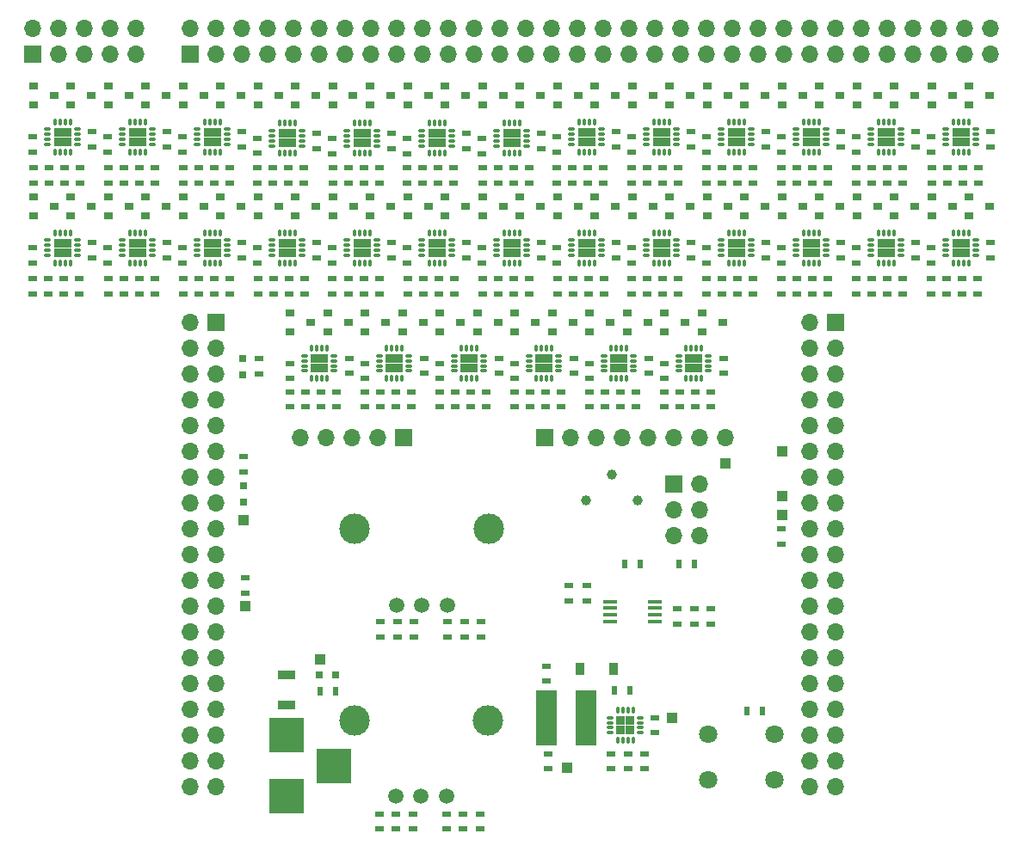
<source format=gbr>
G04 #@! TF.FileFunction,Soldermask,Top*
%FSLAX46Y46*%
G04 Gerber Fmt 4.6, Leading zero omitted, Abs format (unit mm)*
G04 Created by KiCad (PCBNEW 4.0.7-e2-6376~58~ubuntu17.04.1) date Tue Dec  5 16:04:07 2017*
%MOMM*%
%LPD*%
G01*
G04 APERTURE LIST*
%ADD10C,0.100000*%
%ADD11C,3.000000*%
%ADD12C,1.500000*%
%ADD13R,0.900000X0.500000*%
%ADD14C,1.800000*%
%ADD15R,0.800000X0.800000*%
%ADD16R,0.500000X0.900000*%
%ADD17R,1.000000X1.000000*%
%ADD18R,0.900000X1.200000*%
%ADD19O,0.750000X0.300000*%
%ADD20O,0.300000X0.750000*%
%ADD21R,0.900000X0.900000*%
%ADD22R,1.700000X1.700000*%
%ADD23O,1.700000X1.700000*%
%ADD24R,1.450000X0.450000*%
%ADD25R,1.700000X0.900000*%
%ADD26R,2.150000X5.500000*%
%ADD27R,3.500000X3.500000*%
%ADD28C,1.000000*%
%ADD29R,0.900000X0.800000*%
G04 APERTURE END LIST*
D10*
D11*
X34465000Y-52053000D03*
D12*
X43565000Y-59553000D03*
X38565000Y-59553000D03*
X41065000Y-59553000D03*
D11*
X47665000Y-52053000D03*
D13*
X40176000Y-81639000D03*
X40176000Y-80139000D03*
X36874000Y-81639000D03*
X36874000Y-80139000D03*
D14*
X75781000Y-72299000D03*
X75781000Y-76799000D03*
X69281000Y-72299000D03*
X69281000Y-76799000D03*
D13*
X2838000Y-18012000D03*
X2838000Y-16512000D03*
X38525000Y-81639000D03*
X38525000Y-80139000D03*
X24936000Y-28934000D03*
X24936000Y-27434000D03*
D15*
X23539000Y-49431000D03*
X23539000Y-47831000D03*
D13*
X23539000Y-46460000D03*
X23539000Y-44960000D03*
D16*
X73081000Y-70030500D03*
X74581000Y-70030500D03*
D13*
X46780000Y-81639000D03*
X46780000Y-80139000D03*
X45129000Y-81639000D03*
X45129000Y-80139000D03*
X37001000Y-62716000D03*
X37001000Y-61216000D03*
X45256000Y-62716000D03*
X45256000Y-61216000D03*
X46907000Y-62716000D03*
X46907000Y-61216000D03*
D17*
X31032000Y-64887000D03*
D18*
X56646000Y-65812000D03*
X59946000Y-65812000D03*
D19*
X7204000Y-25134000D03*
X7204000Y-24634000D03*
X7204000Y-24134000D03*
X7204000Y-23634000D03*
D20*
X6479000Y-22909000D03*
X5979000Y-22909000D03*
X5479000Y-22909000D03*
X4979000Y-22909000D03*
D19*
X4254000Y-23634000D03*
X4254000Y-24134000D03*
X4254000Y-24634000D03*
X4254000Y-25134000D03*
D20*
X4979000Y-25859000D03*
X5479000Y-25859000D03*
X5979000Y-25859000D03*
X6479000Y-25859000D03*
D21*
X5279000Y-23934000D03*
X5279000Y-24834000D03*
X6179000Y-23934000D03*
X6179000Y-24834000D03*
D13*
X66211000Y-59946000D03*
X66211000Y-61446000D03*
X67862000Y-59946000D03*
X67862000Y-61446000D03*
X69513000Y-59946000D03*
X69513000Y-61446000D03*
X59693000Y-74206000D03*
X59693000Y-75706000D03*
X61344000Y-74206000D03*
X61344000Y-75706000D03*
X62995000Y-74206000D03*
X62995000Y-75706000D03*
D15*
X30994000Y-66411000D03*
X32594000Y-66411000D03*
X23412000Y-36858000D03*
X23412000Y-35258000D03*
D22*
X18302000Y-5334000D03*
D23*
X18302000Y-2794000D03*
X20842000Y-5334000D03*
X20842000Y-2794000D03*
X23382000Y-5334000D03*
X23382000Y-2794000D03*
X25922000Y-5334000D03*
X25922000Y-2794000D03*
X28462000Y-5334000D03*
X28462000Y-2794000D03*
X31002000Y-5334000D03*
X31002000Y-2794000D03*
X33542000Y-5334000D03*
X33542000Y-2794000D03*
X36082000Y-5334000D03*
X36082000Y-2794000D03*
X38622000Y-5334000D03*
X38622000Y-2794000D03*
X41162000Y-5334000D03*
X41162000Y-2794000D03*
X43702000Y-5334000D03*
X43702000Y-2794000D03*
X46242000Y-5334000D03*
X46242000Y-2794000D03*
X48782000Y-5334000D03*
X48782000Y-2794000D03*
X51322000Y-5334000D03*
X51322000Y-2794000D03*
X53862000Y-5334000D03*
X53862000Y-2794000D03*
X56402000Y-5334000D03*
X56402000Y-2794000D03*
X58942000Y-5334000D03*
X58942000Y-2794000D03*
X61482000Y-5334000D03*
X61482000Y-2794000D03*
X64022000Y-5334000D03*
X64022000Y-2794000D03*
X66562000Y-5334000D03*
X66562000Y-2794000D03*
X69102000Y-5334000D03*
X69102000Y-2794000D03*
X71642000Y-5334000D03*
X71642000Y-2794000D03*
X74182000Y-5334000D03*
X74182000Y-2794000D03*
X76722000Y-5334000D03*
X76722000Y-2794000D03*
X79262000Y-5334000D03*
X79262000Y-2794000D03*
X81802000Y-5334000D03*
X81802000Y-2794000D03*
X84342000Y-5334000D03*
X84342000Y-2794000D03*
X86882000Y-5334000D03*
X86882000Y-2794000D03*
X89422000Y-5334000D03*
X89422000Y-2794000D03*
X91962000Y-5334000D03*
X91962000Y-2794000D03*
X94502000Y-5334000D03*
X94502000Y-2794000D03*
X97042000Y-5334000D03*
X97042000Y-2794000D03*
D22*
X65830000Y-47615000D03*
D23*
X68370000Y-47615000D03*
X65830000Y-50155000D03*
X68370000Y-50155000D03*
X65830000Y-52695000D03*
X68370000Y-52695000D03*
D22*
X39236200Y-43043000D03*
D23*
X36696200Y-43043000D03*
X34156200Y-43043000D03*
X31616200Y-43043000D03*
X29076200Y-43043000D03*
D22*
X2808000Y-5334000D03*
D23*
X2808000Y-2794000D03*
X5348000Y-5334000D03*
X5348000Y-2794000D03*
X7888000Y-5334000D03*
X7888000Y-2794000D03*
X10428000Y-5334000D03*
X10428000Y-2794000D03*
X12968000Y-5334000D03*
X12968000Y-2794000D03*
D22*
X20790000Y-31740000D03*
D23*
X18250000Y-31740000D03*
X20790000Y-34280000D03*
X18250000Y-34280000D03*
X20790000Y-36820000D03*
X18250000Y-36820000D03*
X20790000Y-39360000D03*
X18250000Y-39360000D03*
X20790000Y-41900000D03*
X18250000Y-41900000D03*
X20790000Y-44440000D03*
X18250000Y-44440000D03*
X20790000Y-46980000D03*
X18250000Y-46980000D03*
X20790000Y-49520000D03*
X18250000Y-49520000D03*
X20790000Y-52060000D03*
X18250000Y-52060000D03*
X20790000Y-54600000D03*
X18250000Y-54600000D03*
X20790000Y-57140000D03*
X18250000Y-57140000D03*
X20790000Y-59680000D03*
X18250000Y-59680000D03*
X20790000Y-62220000D03*
X18250000Y-62220000D03*
X20790000Y-64760000D03*
X18250000Y-64760000D03*
X20790000Y-67300000D03*
X18250000Y-67300000D03*
X20790000Y-69840000D03*
X18250000Y-69840000D03*
X20790000Y-72380000D03*
X18250000Y-72380000D03*
X20790000Y-74920000D03*
X18250000Y-74920000D03*
X20790000Y-77460000D03*
X18250000Y-77460000D03*
D22*
X81750000Y-31740000D03*
D23*
X79210000Y-31740000D03*
X81750000Y-34280000D03*
X79210000Y-34280000D03*
X81750000Y-36820000D03*
X79210000Y-36820000D03*
X81750000Y-39360000D03*
X79210000Y-39360000D03*
X81750000Y-41900000D03*
X79210000Y-41900000D03*
X81750000Y-44440000D03*
X79210000Y-44440000D03*
X81750000Y-46980000D03*
X79210000Y-46980000D03*
X81750000Y-49520000D03*
X79210000Y-49520000D03*
X81750000Y-52060000D03*
X79210000Y-52060000D03*
X81750000Y-54600000D03*
X79210000Y-54600000D03*
X81750000Y-57140000D03*
X79210000Y-57140000D03*
X81750000Y-59680000D03*
X79210000Y-59680000D03*
X81750000Y-62220000D03*
X79210000Y-62220000D03*
X81750000Y-64760000D03*
X79210000Y-64760000D03*
X81750000Y-67300000D03*
X79210000Y-67300000D03*
X81750000Y-69840000D03*
X79210000Y-69840000D03*
X81750000Y-72380000D03*
X79210000Y-72380000D03*
X81750000Y-74920000D03*
X79210000Y-74920000D03*
X81750000Y-77460000D03*
X79210000Y-77460000D03*
D13*
X57321000Y-57660000D03*
X57321000Y-59160000D03*
X55543000Y-57660000D03*
X55543000Y-59160000D03*
D16*
X61016000Y-55489000D03*
X62516000Y-55489000D03*
X67850000Y-55489000D03*
X66350000Y-55489000D03*
D13*
X5886000Y-18012000D03*
X5886000Y-16512000D03*
X7410000Y-18012000D03*
X7410000Y-16512000D03*
X8650000Y-14466000D03*
X8650000Y-12966000D03*
X2808000Y-14974000D03*
X2808000Y-13474000D03*
X4362000Y-18012000D03*
X4362000Y-16512000D03*
X5856000Y-28944000D03*
X5856000Y-27444000D03*
X7380000Y-28944000D03*
X7380000Y-27444000D03*
X8650000Y-25388000D03*
X8650000Y-23888000D03*
X2808000Y-25896000D03*
X2808000Y-24396000D03*
X2808000Y-28944000D03*
X2808000Y-27444000D03*
X4332000Y-28944000D03*
X4332000Y-27444000D03*
X13252000Y-18012000D03*
X13252000Y-16512000D03*
X14776000Y-18012000D03*
X14776000Y-16512000D03*
X16016000Y-14466000D03*
X16016000Y-12966000D03*
X10174000Y-14974000D03*
X10174000Y-13474000D03*
X10204000Y-18012000D03*
X10204000Y-16512000D03*
X11728000Y-18012000D03*
X11728000Y-16512000D03*
X13252000Y-28934000D03*
X13252000Y-27434000D03*
X14776000Y-28934000D03*
X14776000Y-27434000D03*
X16016000Y-25388000D03*
X16016000Y-23888000D03*
X10174000Y-25896000D03*
X10174000Y-24396000D03*
X10204000Y-28934000D03*
X10204000Y-27434000D03*
X11728000Y-28934000D03*
X11728000Y-27434000D03*
X20618000Y-18012000D03*
X20618000Y-16512000D03*
X22142000Y-18012000D03*
X22142000Y-16512000D03*
X23361200Y-14456000D03*
X23361200Y-12956000D03*
X17540000Y-14974000D03*
X17540000Y-13474000D03*
X17570000Y-18012000D03*
X17570000Y-16512000D03*
X19094000Y-18012000D03*
X19094000Y-16512000D03*
X20618000Y-28934000D03*
X20618000Y-27434000D03*
X22142000Y-28934000D03*
X22142000Y-27434000D03*
X23382000Y-25388000D03*
X23382000Y-23888000D03*
X17540000Y-25896000D03*
X17540000Y-24396000D03*
X17570000Y-28934000D03*
X17570000Y-27434000D03*
X19094000Y-28934000D03*
X19094000Y-27434000D03*
X27954000Y-18022000D03*
X27954000Y-16522000D03*
X29478000Y-18022000D03*
X29478000Y-16522000D03*
X30748000Y-14593000D03*
X30748000Y-13093000D03*
X24885200Y-15091000D03*
X24885200Y-13591000D03*
X24906000Y-18022000D03*
X24906000Y-16522000D03*
X26430000Y-18022000D03*
X26430000Y-16522000D03*
X27984000Y-28934000D03*
X27984000Y-27434000D03*
X29508000Y-28934000D03*
X29508000Y-27434000D03*
X30748000Y-25388000D03*
X30748000Y-23888000D03*
X24906000Y-25896000D03*
X24906000Y-24396000D03*
X26460000Y-28934000D03*
X26460000Y-27434000D03*
X35350000Y-18012000D03*
X35350000Y-16512000D03*
X36874000Y-18012000D03*
X36874000Y-16512000D03*
X38114000Y-14593000D03*
X38114000Y-13093000D03*
X32272000Y-15101000D03*
X32272000Y-13601000D03*
X32302000Y-18012000D03*
X32302000Y-16512000D03*
X33826000Y-18012000D03*
X33826000Y-16512000D03*
X35350000Y-28934000D03*
X35350000Y-27434000D03*
X36874000Y-28934000D03*
X36874000Y-27434000D03*
X38114000Y-25388000D03*
X38114000Y-23888000D03*
X32272000Y-25896000D03*
X32272000Y-24396000D03*
X32272000Y-28944000D03*
X32272000Y-27444000D03*
X33826000Y-28934000D03*
X33826000Y-27434000D03*
X42686000Y-18022000D03*
X42686000Y-16522000D03*
X44210000Y-18022000D03*
X44210000Y-16522000D03*
X45480000Y-14593000D03*
X45480000Y-13093000D03*
X39638000Y-15101000D03*
X39638000Y-13601000D03*
X39638000Y-18022000D03*
X39638000Y-16522000D03*
X41162000Y-18022000D03*
X41162000Y-16522000D03*
X42716000Y-28934000D03*
X42716000Y-27434000D03*
X44240000Y-28934000D03*
X44240000Y-27434000D03*
X45480000Y-25388000D03*
X45480000Y-23888000D03*
X39638000Y-25896000D03*
X39638000Y-24396000D03*
X39668000Y-28934000D03*
X39668000Y-27434000D03*
X41192000Y-28934000D03*
X41192000Y-27434000D03*
X50082000Y-18012000D03*
X50082000Y-16512000D03*
X51606000Y-18012000D03*
X51606000Y-16512000D03*
X52846000Y-14593000D03*
X52846000Y-13093000D03*
X47004000Y-15101000D03*
X47004000Y-13601000D03*
X47034000Y-18012000D03*
X47034000Y-16512000D03*
X48558000Y-18012000D03*
X48558000Y-16512000D03*
X50082000Y-28934000D03*
X50082000Y-27434000D03*
X51606000Y-28934000D03*
X51606000Y-27434000D03*
X52846000Y-25388000D03*
X52846000Y-23888000D03*
X47004000Y-25896000D03*
X47004000Y-24396000D03*
X47034000Y-28934000D03*
X47034000Y-27434000D03*
X48558000Y-28934000D03*
X48558000Y-27434000D03*
X57418000Y-18022000D03*
X57418000Y-16522000D03*
X58942000Y-18022000D03*
X58942000Y-16522000D03*
X60212000Y-14466000D03*
X60212000Y-12966000D03*
X54370000Y-14974000D03*
X54370000Y-13474000D03*
X54370000Y-18022000D03*
X54370000Y-16522000D03*
X55894000Y-18022000D03*
X55894000Y-16522000D03*
X57448000Y-28934000D03*
X57448000Y-27434000D03*
X58972000Y-28934000D03*
X58972000Y-27434000D03*
X60212000Y-25388000D03*
X60212000Y-23888000D03*
X54370000Y-25896000D03*
X54370000Y-24396000D03*
X54400000Y-28934000D03*
X54400000Y-27434000D03*
X55924000Y-28934000D03*
X55924000Y-27434000D03*
X67933600Y-40069200D03*
X67933600Y-38569200D03*
X69457600Y-40069200D03*
X69457600Y-38569200D03*
X70727600Y-36767200D03*
X70727600Y-35267200D03*
X64885600Y-37275200D03*
X64885600Y-35775200D03*
X64885600Y-40069200D03*
X64885600Y-38569200D03*
X66409600Y-40069200D03*
X66409600Y-38569200D03*
X60567600Y-40069200D03*
X60567600Y-38569200D03*
X62091600Y-40069200D03*
X62091600Y-38569200D03*
X63361600Y-36767200D03*
X63361600Y-35267200D03*
X57519600Y-37275200D03*
X57519600Y-35775200D03*
X57519600Y-40069200D03*
X57519600Y-38569200D03*
X59043600Y-40069200D03*
X59043600Y-38569200D03*
X53201600Y-40069200D03*
X53201600Y-38569200D03*
X54725600Y-40069200D03*
X54725600Y-38569200D03*
X55995600Y-36767200D03*
X55995600Y-35267200D03*
X50153600Y-37275200D03*
X50153600Y-35775200D03*
X50153600Y-40069200D03*
X50153600Y-38569200D03*
X51677600Y-40069200D03*
X51677600Y-38569200D03*
X45835600Y-40069200D03*
X45835600Y-38569200D03*
X47359600Y-40069200D03*
X47359600Y-38569200D03*
X48629600Y-36767200D03*
X48629600Y-35267200D03*
X42787600Y-37275200D03*
X42787600Y-35775200D03*
X42787600Y-40069200D03*
X42787600Y-38569200D03*
X44311600Y-40069200D03*
X44311600Y-38569200D03*
X38469600Y-40069200D03*
X38469600Y-38569200D03*
X39993600Y-40069200D03*
X39993600Y-38569200D03*
X41263600Y-36767200D03*
X41263600Y-35267200D03*
X35421600Y-37275200D03*
X35421600Y-35775200D03*
X35421600Y-40069200D03*
X35421600Y-38569200D03*
X36945600Y-40069200D03*
X36945600Y-38569200D03*
X31103600Y-40069200D03*
X31103600Y-38569200D03*
X32627600Y-40069200D03*
X32627600Y-38569200D03*
X33897600Y-36767200D03*
X33897600Y-35267200D03*
X28055600Y-37275200D03*
X28055600Y-35775200D03*
X28055600Y-40069200D03*
X28055600Y-38569200D03*
X29579600Y-40069200D03*
X29579600Y-38569200D03*
X94248000Y-28944000D03*
X94248000Y-27444000D03*
X95772000Y-28944000D03*
X95772000Y-27444000D03*
X97042000Y-25388000D03*
X97042000Y-23888000D03*
X91200000Y-25896000D03*
X91200000Y-24396000D03*
X91200000Y-28944000D03*
X91200000Y-27444000D03*
X92724000Y-28944000D03*
X92724000Y-27444000D03*
X94278000Y-18012000D03*
X94278000Y-16512000D03*
X95802000Y-18012000D03*
X95802000Y-16512000D03*
X97042000Y-14466000D03*
X97042000Y-12966000D03*
X91200000Y-14974000D03*
X91200000Y-13474000D03*
X91230000Y-18012000D03*
X91230000Y-16512000D03*
X92754000Y-18012000D03*
X92754000Y-16512000D03*
X86882000Y-28944000D03*
X86882000Y-27444000D03*
X88406000Y-28944000D03*
X88406000Y-27444000D03*
X89676000Y-25388000D03*
X89676000Y-23888000D03*
X83834000Y-25896000D03*
X83834000Y-24396000D03*
X83834000Y-28944000D03*
X83834000Y-27444000D03*
X85358000Y-28944000D03*
X85358000Y-27444000D03*
X86882000Y-18022000D03*
X86882000Y-16522000D03*
X88406000Y-18022000D03*
X88406000Y-16522000D03*
X89676000Y-14466000D03*
X89676000Y-12966000D03*
X83834000Y-14974000D03*
X83834000Y-13474000D03*
X83834000Y-18022000D03*
X83834000Y-16522000D03*
X85358000Y-18022000D03*
X85358000Y-16522000D03*
X79516000Y-28944000D03*
X79516000Y-27444000D03*
X81040000Y-28944000D03*
X81040000Y-27444000D03*
X82310000Y-25388000D03*
X82310000Y-23888000D03*
X76468000Y-25896000D03*
X76468000Y-24396000D03*
X76468000Y-28944000D03*
X76468000Y-27444000D03*
X77992000Y-28944000D03*
X77992000Y-27444000D03*
X79516000Y-18022000D03*
X79516000Y-16522000D03*
X81040000Y-18022000D03*
X81040000Y-16522000D03*
X82310000Y-14466000D03*
X82310000Y-12966000D03*
X76468000Y-14974000D03*
X76468000Y-13474000D03*
X76468000Y-18022000D03*
X76468000Y-16522000D03*
X77992000Y-18022000D03*
X77992000Y-16522000D03*
X72150000Y-28944000D03*
X72150000Y-27444000D03*
X73674000Y-28944000D03*
X73674000Y-27444000D03*
X74944000Y-25388000D03*
X74944000Y-23888000D03*
X69102000Y-25896000D03*
X69102000Y-24396000D03*
X69102000Y-28944000D03*
X69102000Y-27444000D03*
X70626000Y-28944000D03*
X70626000Y-27444000D03*
X72150000Y-18022000D03*
X72150000Y-16522000D03*
X73674000Y-18022000D03*
X73674000Y-16522000D03*
X74923200Y-14456000D03*
X74923200Y-12956000D03*
X69102000Y-14974000D03*
X69102000Y-13474000D03*
X69102000Y-18022000D03*
X69102000Y-16522000D03*
X70626000Y-18022000D03*
X70626000Y-16522000D03*
X64784000Y-28944000D03*
X64784000Y-27444000D03*
X66308000Y-28944000D03*
X66308000Y-27444000D03*
X67578000Y-25388000D03*
X67578000Y-23888000D03*
X61736000Y-25896000D03*
X61736000Y-24396000D03*
X61736000Y-28944000D03*
X61736000Y-27444000D03*
X63260000Y-28944000D03*
X63260000Y-27444000D03*
X64784000Y-18022000D03*
X64784000Y-16522000D03*
X66308000Y-18022000D03*
X66308000Y-16522000D03*
X67578000Y-14466000D03*
X67578000Y-12966000D03*
X61736000Y-14974000D03*
X61736000Y-13474000D03*
X61736000Y-18022000D03*
X61736000Y-16522000D03*
X63260000Y-18022000D03*
X63260000Y-16522000D03*
X64011000Y-72150000D03*
X64011000Y-70650000D03*
D16*
X32544000Y-68062000D03*
X31044000Y-68062000D03*
D13*
X25063000Y-35308000D03*
X25063000Y-36808000D03*
X23666000Y-56898000D03*
X23666000Y-58398000D03*
X76468000Y-53582000D03*
X76468000Y-52082000D03*
X43478000Y-81639000D03*
X43478000Y-80139000D03*
X43605000Y-62716000D03*
X43605000Y-61216000D03*
X40303000Y-62716000D03*
X40303000Y-61216000D03*
X38652000Y-62716000D03*
X38652000Y-61216000D03*
D17*
X65662000Y-70638000D03*
X23539000Y-51171000D03*
X55375000Y-75591000D03*
X76498000Y-48821500D03*
X76498000Y-44440000D03*
X23666000Y-59680000D03*
X76498000Y-50663000D03*
D19*
X14570000Y-14212000D03*
X14570000Y-13712000D03*
X14570000Y-13212000D03*
X14570000Y-12712000D03*
D20*
X13845000Y-11987000D03*
X13345000Y-11987000D03*
X12845000Y-11987000D03*
X12345000Y-11987000D03*
D19*
X11620000Y-12712000D03*
X11620000Y-13212000D03*
X11620000Y-13712000D03*
X11620000Y-14212000D03*
D20*
X12345000Y-14937000D03*
X12845000Y-14937000D03*
X13345000Y-14937000D03*
X13845000Y-14937000D03*
D21*
X12645000Y-13012000D03*
X12645000Y-13912000D03*
X13545000Y-13012000D03*
X13545000Y-13912000D03*
D19*
X14570000Y-25134000D03*
X14570000Y-24634000D03*
X14570000Y-24134000D03*
X14570000Y-23634000D03*
D20*
X13845000Y-22909000D03*
X13345000Y-22909000D03*
X12845000Y-22909000D03*
X12345000Y-22909000D03*
D19*
X11620000Y-23634000D03*
X11620000Y-24134000D03*
X11620000Y-24634000D03*
X11620000Y-25134000D03*
D20*
X12345000Y-25859000D03*
X12845000Y-25859000D03*
X13345000Y-25859000D03*
X13845000Y-25859000D03*
D21*
X12645000Y-23934000D03*
X12645000Y-24834000D03*
X13545000Y-23934000D03*
X13545000Y-24834000D03*
D19*
X21936000Y-14212000D03*
X21936000Y-13712000D03*
X21936000Y-13212000D03*
X21936000Y-12712000D03*
D20*
X21211000Y-11987000D03*
X20711000Y-11987000D03*
X20211000Y-11987000D03*
X19711000Y-11987000D03*
D19*
X18986000Y-12712000D03*
X18986000Y-13212000D03*
X18986000Y-13712000D03*
X18986000Y-14212000D03*
D20*
X19711000Y-14937000D03*
X20211000Y-14937000D03*
X20711000Y-14937000D03*
X21211000Y-14937000D03*
D21*
X20011000Y-13012000D03*
X20011000Y-13912000D03*
X20911000Y-13012000D03*
X20911000Y-13912000D03*
D19*
X21936000Y-25134000D03*
X21936000Y-24634000D03*
X21936000Y-24134000D03*
X21936000Y-23634000D03*
D20*
X21211000Y-22909000D03*
X20711000Y-22909000D03*
X20211000Y-22909000D03*
X19711000Y-22909000D03*
D19*
X18986000Y-23634000D03*
X18986000Y-24134000D03*
X18986000Y-24634000D03*
X18986000Y-25134000D03*
D20*
X19711000Y-25859000D03*
X20211000Y-25859000D03*
X20711000Y-25859000D03*
X21211000Y-25859000D03*
D21*
X20011000Y-23934000D03*
X20011000Y-24834000D03*
X20911000Y-23934000D03*
X20911000Y-24834000D03*
D19*
X29302000Y-14339000D03*
X29302000Y-13839000D03*
X29302000Y-13339000D03*
X29302000Y-12839000D03*
D20*
X28577000Y-12114000D03*
X28077000Y-12114000D03*
X27577000Y-12114000D03*
X27077000Y-12114000D03*
D19*
X26352000Y-12839000D03*
X26352000Y-13339000D03*
X26352000Y-13839000D03*
X26352000Y-14339000D03*
D20*
X27077000Y-15064000D03*
X27577000Y-15064000D03*
X28077000Y-15064000D03*
X28577000Y-15064000D03*
D21*
X27377000Y-13139000D03*
X27377000Y-14039000D03*
X28277000Y-13139000D03*
X28277000Y-14039000D03*
D19*
X29302000Y-25134000D03*
X29302000Y-24634000D03*
X29302000Y-24134000D03*
X29302000Y-23634000D03*
D20*
X28577000Y-22909000D03*
X28077000Y-22909000D03*
X27577000Y-22909000D03*
X27077000Y-22909000D03*
D19*
X26352000Y-23634000D03*
X26352000Y-24134000D03*
X26352000Y-24634000D03*
X26352000Y-25134000D03*
D20*
X27077000Y-25859000D03*
X27577000Y-25859000D03*
X28077000Y-25859000D03*
X28577000Y-25859000D03*
D21*
X27377000Y-23934000D03*
X27377000Y-24834000D03*
X28277000Y-23934000D03*
X28277000Y-24834000D03*
D19*
X36668000Y-14339000D03*
X36668000Y-13839000D03*
X36668000Y-13339000D03*
X36668000Y-12839000D03*
D20*
X35943000Y-12114000D03*
X35443000Y-12114000D03*
X34943000Y-12114000D03*
X34443000Y-12114000D03*
D19*
X33718000Y-12839000D03*
X33718000Y-13339000D03*
X33718000Y-13839000D03*
X33718000Y-14339000D03*
D20*
X34443000Y-15064000D03*
X34943000Y-15064000D03*
X35443000Y-15064000D03*
X35943000Y-15064000D03*
D21*
X34743000Y-13139000D03*
X34743000Y-14039000D03*
X35643000Y-13139000D03*
X35643000Y-14039000D03*
D19*
X36668000Y-25134000D03*
X36668000Y-24634000D03*
X36668000Y-24134000D03*
X36668000Y-23634000D03*
D20*
X35943000Y-22909000D03*
X35443000Y-22909000D03*
X34943000Y-22909000D03*
X34443000Y-22909000D03*
D19*
X33718000Y-23634000D03*
X33718000Y-24134000D03*
X33718000Y-24634000D03*
X33718000Y-25134000D03*
D20*
X34443000Y-25859000D03*
X34943000Y-25859000D03*
X35443000Y-25859000D03*
X35943000Y-25859000D03*
D21*
X34743000Y-23934000D03*
X34743000Y-24834000D03*
X35643000Y-23934000D03*
X35643000Y-24834000D03*
D19*
X44034000Y-14339000D03*
X44034000Y-13839000D03*
X44034000Y-13339000D03*
X44034000Y-12839000D03*
D20*
X43309000Y-12114000D03*
X42809000Y-12114000D03*
X42309000Y-12114000D03*
X41809000Y-12114000D03*
D19*
X41084000Y-12839000D03*
X41084000Y-13339000D03*
X41084000Y-13839000D03*
X41084000Y-14339000D03*
D20*
X41809000Y-15064000D03*
X42309000Y-15064000D03*
X42809000Y-15064000D03*
X43309000Y-15064000D03*
D21*
X42109000Y-13139000D03*
X42109000Y-14039000D03*
X43009000Y-13139000D03*
X43009000Y-14039000D03*
D19*
X44034000Y-25134000D03*
X44034000Y-24634000D03*
X44034000Y-24134000D03*
X44034000Y-23634000D03*
D20*
X43309000Y-22909000D03*
X42809000Y-22909000D03*
X42309000Y-22909000D03*
X41809000Y-22909000D03*
D19*
X41084000Y-23634000D03*
X41084000Y-24134000D03*
X41084000Y-24634000D03*
X41084000Y-25134000D03*
D20*
X41809000Y-25859000D03*
X42309000Y-25859000D03*
X42809000Y-25859000D03*
X43309000Y-25859000D03*
D21*
X42109000Y-23934000D03*
X42109000Y-24834000D03*
X43009000Y-23934000D03*
X43009000Y-24834000D03*
D19*
X51400000Y-14339000D03*
X51400000Y-13839000D03*
X51400000Y-13339000D03*
X51400000Y-12839000D03*
D20*
X50675000Y-12114000D03*
X50175000Y-12114000D03*
X49675000Y-12114000D03*
X49175000Y-12114000D03*
D19*
X48450000Y-12839000D03*
X48450000Y-13339000D03*
X48450000Y-13839000D03*
X48450000Y-14339000D03*
D20*
X49175000Y-15064000D03*
X49675000Y-15064000D03*
X50175000Y-15064000D03*
X50675000Y-15064000D03*
D21*
X49475000Y-13139000D03*
X49475000Y-14039000D03*
X50375000Y-13139000D03*
X50375000Y-14039000D03*
D19*
X51400000Y-25134000D03*
X51400000Y-24634000D03*
X51400000Y-24134000D03*
X51400000Y-23634000D03*
D20*
X50675000Y-22909000D03*
X50175000Y-22909000D03*
X49675000Y-22909000D03*
X49175000Y-22909000D03*
D19*
X48450000Y-23634000D03*
X48450000Y-24134000D03*
X48450000Y-24634000D03*
X48450000Y-25134000D03*
D20*
X49175000Y-25859000D03*
X49675000Y-25859000D03*
X50175000Y-25859000D03*
X50675000Y-25859000D03*
D21*
X49475000Y-23934000D03*
X49475000Y-24834000D03*
X50375000Y-23934000D03*
X50375000Y-24834000D03*
D19*
X58766000Y-14212000D03*
X58766000Y-13712000D03*
X58766000Y-13212000D03*
X58766000Y-12712000D03*
D20*
X58041000Y-11987000D03*
X57541000Y-11987000D03*
X57041000Y-11987000D03*
X56541000Y-11987000D03*
D19*
X55816000Y-12712000D03*
X55816000Y-13212000D03*
X55816000Y-13712000D03*
X55816000Y-14212000D03*
D20*
X56541000Y-14937000D03*
X57041000Y-14937000D03*
X57541000Y-14937000D03*
X58041000Y-14937000D03*
D21*
X56841000Y-13012000D03*
X56841000Y-13912000D03*
X57741000Y-13012000D03*
X57741000Y-13912000D03*
D19*
X58766000Y-25134000D03*
X58766000Y-24634000D03*
X58766000Y-24134000D03*
X58766000Y-23634000D03*
D20*
X58041000Y-22909000D03*
X57541000Y-22909000D03*
X57041000Y-22909000D03*
X56541000Y-22909000D03*
D19*
X55816000Y-23634000D03*
X55816000Y-24134000D03*
X55816000Y-24634000D03*
X55816000Y-25134000D03*
D20*
X56541000Y-25859000D03*
X57041000Y-25859000D03*
X57541000Y-25859000D03*
X58041000Y-25859000D03*
D21*
X56841000Y-23934000D03*
X56841000Y-24834000D03*
X57741000Y-23934000D03*
X57741000Y-24834000D03*
D19*
X66132000Y-14212000D03*
X66132000Y-13712000D03*
X66132000Y-13212000D03*
X66132000Y-12712000D03*
D20*
X65407000Y-11987000D03*
X64907000Y-11987000D03*
X64407000Y-11987000D03*
X63907000Y-11987000D03*
D19*
X63182000Y-12712000D03*
X63182000Y-13212000D03*
X63182000Y-13712000D03*
X63182000Y-14212000D03*
D20*
X63907000Y-14937000D03*
X64407000Y-14937000D03*
X64907000Y-14937000D03*
X65407000Y-14937000D03*
D21*
X64207000Y-13012000D03*
X64207000Y-13912000D03*
X65107000Y-13012000D03*
X65107000Y-13912000D03*
D19*
X66132000Y-25134000D03*
X66132000Y-24634000D03*
X66132000Y-24134000D03*
X66132000Y-23634000D03*
D20*
X65407000Y-22909000D03*
X64907000Y-22909000D03*
X64407000Y-22909000D03*
X63907000Y-22909000D03*
D19*
X63182000Y-23634000D03*
X63182000Y-24134000D03*
X63182000Y-24634000D03*
X63182000Y-25134000D03*
D20*
X63907000Y-25859000D03*
X64407000Y-25859000D03*
X64907000Y-25859000D03*
X65407000Y-25859000D03*
D21*
X64207000Y-23934000D03*
X64207000Y-24834000D03*
X65107000Y-23934000D03*
X65107000Y-24834000D03*
D19*
X73498000Y-14212000D03*
X73498000Y-13712000D03*
X73498000Y-13212000D03*
X73498000Y-12712000D03*
D20*
X72773000Y-11987000D03*
X72273000Y-11987000D03*
X71773000Y-11987000D03*
X71273000Y-11987000D03*
D19*
X70548000Y-12712000D03*
X70548000Y-13212000D03*
X70548000Y-13712000D03*
X70548000Y-14212000D03*
D20*
X71273000Y-14937000D03*
X71773000Y-14937000D03*
X72273000Y-14937000D03*
X72773000Y-14937000D03*
D21*
X71573000Y-13012000D03*
X71573000Y-13912000D03*
X72473000Y-13012000D03*
X72473000Y-13912000D03*
D19*
X73498000Y-25134000D03*
X73498000Y-24634000D03*
X73498000Y-24134000D03*
X73498000Y-23634000D03*
D20*
X72773000Y-22909000D03*
X72273000Y-22909000D03*
X71773000Y-22909000D03*
X71273000Y-22909000D03*
D19*
X70548000Y-23634000D03*
X70548000Y-24134000D03*
X70548000Y-24634000D03*
X70548000Y-25134000D03*
D20*
X71273000Y-25859000D03*
X71773000Y-25859000D03*
X72273000Y-25859000D03*
X72773000Y-25859000D03*
D21*
X71573000Y-23934000D03*
X71573000Y-24834000D03*
X72473000Y-23934000D03*
X72473000Y-24834000D03*
D19*
X80864000Y-14212000D03*
X80864000Y-13712000D03*
X80864000Y-13212000D03*
X80864000Y-12712000D03*
D20*
X80139000Y-11987000D03*
X79639000Y-11987000D03*
X79139000Y-11987000D03*
X78639000Y-11987000D03*
D19*
X77914000Y-12712000D03*
X77914000Y-13212000D03*
X77914000Y-13712000D03*
X77914000Y-14212000D03*
D20*
X78639000Y-14937000D03*
X79139000Y-14937000D03*
X79639000Y-14937000D03*
X80139000Y-14937000D03*
D21*
X78939000Y-13012000D03*
X78939000Y-13912000D03*
X79839000Y-13012000D03*
X79839000Y-13912000D03*
D19*
X80864000Y-25134000D03*
X80864000Y-24634000D03*
X80864000Y-24134000D03*
X80864000Y-23634000D03*
D20*
X80139000Y-22909000D03*
X79639000Y-22909000D03*
X79139000Y-22909000D03*
X78639000Y-22909000D03*
D19*
X77914000Y-23634000D03*
X77914000Y-24134000D03*
X77914000Y-24634000D03*
X77914000Y-25134000D03*
D20*
X78639000Y-25859000D03*
X79139000Y-25859000D03*
X79639000Y-25859000D03*
X80139000Y-25859000D03*
D21*
X78939000Y-23934000D03*
X78939000Y-24834000D03*
X79839000Y-23934000D03*
X79839000Y-24834000D03*
D19*
X88230000Y-14212000D03*
X88230000Y-13712000D03*
X88230000Y-13212000D03*
X88230000Y-12712000D03*
D20*
X87505000Y-11987000D03*
X87005000Y-11987000D03*
X86505000Y-11987000D03*
X86005000Y-11987000D03*
D19*
X85280000Y-12712000D03*
X85280000Y-13212000D03*
X85280000Y-13712000D03*
X85280000Y-14212000D03*
D20*
X86005000Y-14937000D03*
X86505000Y-14937000D03*
X87005000Y-14937000D03*
X87505000Y-14937000D03*
D21*
X86305000Y-13012000D03*
X86305000Y-13912000D03*
X87205000Y-13012000D03*
X87205000Y-13912000D03*
D19*
X88230000Y-25134000D03*
X88230000Y-24634000D03*
X88230000Y-24134000D03*
X88230000Y-23634000D03*
D20*
X87505000Y-22909000D03*
X87005000Y-22909000D03*
X86505000Y-22909000D03*
X86005000Y-22909000D03*
D19*
X85280000Y-23634000D03*
X85280000Y-24134000D03*
X85280000Y-24634000D03*
X85280000Y-25134000D03*
D20*
X86005000Y-25859000D03*
X86505000Y-25859000D03*
X87005000Y-25859000D03*
X87505000Y-25859000D03*
D21*
X86305000Y-23934000D03*
X86305000Y-24834000D03*
X87205000Y-23934000D03*
X87205000Y-24834000D03*
D19*
X95596000Y-14212000D03*
X95596000Y-13712000D03*
X95596000Y-13212000D03*
X95596000Y-12712000D03*
D20*
X94871000Y-11987000D03*
X94371000Y-11987000D03*
X93871000Y-11987000D03*
X93371000Y-11987000D03*
D19*
X92646000Y-12712000D03*
X92646000Y-13212000D03*
X92646000Y-13712000D03*
X92646000Y-14212000D03*
D20*
X93371000Y-14937000D03*
X93871000Y-14937000D03*
X94371000Y-14937000D03*
X94871000Y-14937000D03*
D21*
X93671000Y-13012000D03*
X93671000Y-13912000D03*
X94571000Y-13012000D03*
X94571000Y-13912000D03*
D19*
X95596000Y-25134000D03*
X95596000Y-24634000D03*
X95596000Y-24134000D03*
X95596000Y-23634000D03*
D20*
X94871000Y-22909000D03*
X94371000Y-22909000D03*
X93871000Y-22909000D03*
X93371000Y-22909000D03*
D19*
X92646000Y-23634000D03*
X92646000Y-24134000D03*
X92646000Y-24634000D03*
X92646000Y-25134000D03*
D20*
X93371000Y-25859000D03*
X93871000Y-25859000D03*
X94371000Y-25859000D03*
X94871000Y-25859000D03*
D21*
X93671000Y-23934000D03*
X93671000Y-24834000D03*
X94571000Y-23934000D03*
X94571000Y-24834000D03*
D19*
X32451600Y-36513200D03*
X32451600Y-36013200D03*
X32451600Y-35513200D03*
X32451600Y-35013200D03*
D20*
X31726600Y-34288200D03*
X31226600Y-34288200D03*
X30726600Y-34288200D03*
X30226600Y-34288200D03*
D19*
X29501600Y-35013200D03*
X29501600Y-35513200D03*
X29501600Y-36013200D03*
X29501600Y-36513200D03*
D20*
X30226600Y-37238200D03*
X30726600Y-37238200D03*
X31226600Y-37238200D03*
X31726600Y-37238200D03*
D21*
X30526600Y-35313200D03*
X30526600Y-36213200D03*
X31426600Y-35313200D03*
X31426600Y-36213200D03*
D19*
X39817600Y-36513200D03*
X39817600Y-36013200D03*
X39817600Y-35513200D03*
X39817600Y-35013200D03*
D20*
X39092600Y-34288200D03*
X38592600Y-34288200D03*
X38092600Y-34288200D03*
X37592600Y-34288200D03*
D19*
X36867600Y-35013200D03*
X36867600Y-35513200D03*
X36867600Y-36013200D03*
X36867600Y-36513200D03*
D20*
X37592600Y-37238200D03*
X38092600Y-37238200D03*
X38592600Y-37238200D03*
X39092600Y-37238200D03*
D21*
X37892600Y-35313200D03*
X37892600Y-36213200D03*
X38792600Y-35313200D03*
X38792600Y-36213200D03*
D19*
X47183600Y-36513200D03*
X47183600Y-36013200D03*
X47183600Y-35513200D03*
X47183600Y-35013200D03*
D20*
X46458600Y-34288200D03*
X45958600Y-34288200D03*
X45458600Y-34288200D03*
X44958600Y-34288200D03*
D19*
X44233600Y-35013200D03*
X44233600Y-35513200D03*
X44233600Y-36013200D03*
X44233600Y-36513200D03*
D20*
X44958600Y-37238200D03*
X45458600Y-37238200D03*
X45958600Y-37238200D03*
X46458600Y-37238200D03*
D21*
X45258600Y-35313200D03*
X45258600Y-36213200D03*
X46158600Y-35313200D03*
X46158600Y-36213200D03*
D19*
X54549600Y-36513200D03*
X54549600Y-36013200D03*
X54549600Y-35513200D03*
X54549600Y-35013200D03*
D20*
X53824600Y-34288200D03*
X53324600Y-34288200D03*
X52824600Y-34288200D03*
X52324600Y-34288200D03*
D19*
X51599600Y-35013200D03*
X51599600Y-35513200D03*
X51599600Y-36013200D03*
X51599600Y-36513200D03*
D20*
X52324600Y-37238200D03*
X52824600Y-37238200D03*
X53324600Y-37238200D03*
X53824600Y-37238200D03*
D21*
X52624600Y-35313200D03*
X52624600Y-36213200D03*
X53524600Y-35313200D03*
X53524600Y-36213200D03*
D19*
X61915600Y-36513200D03*
X61915600Y-36013200D03*
X61915600Y-35513200D03*
X61915600Y-35013200D03*
D20*
X61190600Y-34288200D03*
X60690600Y-34288200D03*
X60190600Y-34288200D03*
X59690600Y-34288200D03*
D19*
X58965600Y-35013200D03*
X58965600Y-35513200D03*
X58965600Y-36013200D03*
X58965600Y-36513200D03*
D20*
X59690600Y-37238200D03*
X60190600Y-37238200D03*
X60690600Y-37238200D03*
X61190600Y-37238200D03*
D21*
X59990600Y-35313200D03*
X59990600Y-36213200D03*
X60890600Y-35313200D03*
X60890600Y-36213200D03*
D19*
X69281600Y-36513200D03*
X69281600Y-36013200D03*
X69281600Y-35513200D03*
X69281600Y-35013200D03*
D20*
X68556600Y-34288200D03*
X68056600Y-34288200D03*
X67556600Y-34288200D03*
X67056600Y-34288200D03*
D19*
X66331600Y-35013200D03*
X66331600Y-35513200D03*
X66331600Y-36013200D03*
X66331600Y-36513200D03*
D20*
X67056600Y-37238200D03*
X67556600Y-37238200D03*
X68056600Y-37238200D03*
X68556600Y-37238200D03*
D21*
X67356600Y-35313200D03*
X67356600Y-36213200D03*
X68256600Y-35313200D03*
X68256600Y-36213200D03*
D20*
X60340000Y-72875000D03*
X60840000Y-72875000D03*
X61340000Y-72875000D03*
X61840000Y-72875000D03*
D19*
X62565000Y-72150000D03*
X62565000Y-71650000D03*
X62565000Y-71150000D03*
X62565000Y-70650000D03*
D20*
X61840000Y-69925000D03*
X61340000Y-69925000D03*
X60840000Y-69925000D03*
X60340000Y-69925000D03*
D19*
X59615000Y-70650000D03*
X59615000Y-71150000D03*
X59615000Y-71650000D03*
X59615000Y-72150000D03*
D21*
X61540000Y-70950000D03*
X60640000Y-70950000D03*
X61540000Y-71850000D03*
X60640000Y-71850000D03*
D19*
X7204000Y-14212000D03*
X7204000Y-13712000D03*
X7204000Y-13212000D03*
X7204000Y-12712000D03*
D20*
X6479000Y-11987000D03*
X5979000Y-11987000D03*
X5479000Y-11987000D03*
X4979000Y-11987000D03*
D19*
X4254000Y-12712000D03*
X4254000Y-13212000D03*
X4254000Y-13712000D03*
X4254000Y-14212000D03*
D20*
X4979000Y-14937000D03*
X5479000Y-14937000D03*
X5979000Y-14937000D03*
X6479000Y-14937000D03*
D21*
X5279000Y-13012000D03*
X5279000Y-13912000D03*
X6179000Y-13012000D03*
X6179000Y-13912000D03*
D24*
X59566000Y-59213000D03*
X59566000Y-59863000D03*
X59566000Y-60513000D03*
X59566000Y-61163000D03*
X63966000Y-61163000D03*
X63966000Y-60513000D03*
X63966000Y-59863000D03*
X63966000Y-59213000D03*
D16*
X60022500Y-67971000D03*
X61522500Y-67971000D03*
D13*
X53343000Y-67070000D03*
X53343000Y-65570000D03*
X53470000Y-74206000D03*
X53470000Y-75706000D03*
D25*
X27730000Y-66485000D03*
X27730000Y-69385000D03*
D26*
X53362000Y-70638000D03*
X57212000Y-70638000D03*
D11*
X34400000Y-70900000D03*
D12*
X43500000Y-78400000D03*
X38500000Y-78400000D03*
X41000000Y-78400000D03*
D11*
X47600000Y-70900000D03*
D22*
X53130000Y-43043000D03*
D23*
X55670000Y-43043000D03*
X58210000Y-43043000D03*
X60750000Y-43043000D03*
X63290000Y-43043000D03*
X65830000Y-43043000D03*
X68370000Y-43043000D03*
X70910000Y-43043000D03*
D27*
X27730000Y-72380000D03*
X27730000Y-78380000D03*
X32430000Y-75380000D03*
D28*
X62274000Y-49266000D03*
X57194000Y-49266000D03*
X59734000Y-46726000D03*
D17*
X70910000Y-45583000D03*
D29*
X6537000Y-8438000D03*
X6537000Y-10338000D03*
X8537000Y-9388000D03*
X2854000Y-8438000D03*
X2854000Y-10338000D03*
X4854000Y-9388000D03*
X6537000Y-19360000D03*
X6537000Y-21260000D03*
X8537000Y-20310000D03*
X2854000Y-19360000D03*
X2854000Y-21260000D03*
X4854000Y-20310000D03*
X13903000Y-8438000D03*
X13903000Y-10338000D03*
X15903000Y-9388000D03*
X10220000Y-8438000D03*
X10220000Y-10338000D03*
X12220000Y-9388000D03*
X13903000Y-19360000D03*
X13903000Y-21260000D03*
X15903000Y-20310000D03*
X10220000Y-19360000D03*
X10220000Y-21260000D03*
X12220000Y-20310000D03*
X21269000Y-8438000D03*
X21269000Y-10338000D03*
X23269000Y-9388000D03*
X17586000Y-8438000D03*
X17586000Y-10338000D03*
X19586000Y-9388000D03*
X21269000Y-19360000D03*
X21269000Y-21260000D03*
X23269000Y-20310000D03*
X17586000Y-19360000D03*
X17586000Y-21260000D03*
X19586000Y-20310000D03*
X28635000Y-8438000D03*
X28635000Y-10338000D03*
X30635000Y-9388000D03*
X24952000Y-8438000D03*
X24952000Y-10338000D03*
X26952000Y-9388000D03*
X28635000Y-19360000D03*
X28635000Y-21260000D03*
X30635000Y-20310000D03*
X24952000Y-19360000D03*
X24952000Y-21260000D03*
X26952000Y-20310000D03*
X35975600Y-8438000D03*
X35975600Y-10338000D03*
X37975600Y-9388000D03*
X32292600Y-8438000D03*
X32292600Y-10338000D03*
X34292600Y-9388000D03*
X36001000Y-19360000D03*
X36001000Y-21260000D03*
X38001000Y-20310000D03*
X32318000Y-19360000D03*
X32318000Y-21260000D03*
X34318000Y-20310000D03*
X43367000Y-8438000D03*
X43367000Y-10338000D03*
X45367000Y-9388000D03*
X39684000Y-8438000D03*
X39684000Y-10338000D03*
X41684000Y-9388000D03*
X43367000Y-19360000D03*
X43367000Y-21260000D03*
X45367000Y-20310000D03*
X39684000Y-19360000D03*
X39684000Y-21260000D03*
X41684000Y-20310000D03*
X50733000Y-8438000D03*
X50733000Y-10338000D03*
X52733000Y-9388000D03*
X47050000Y-8438000D03*
X47050000Y-10338000D03*
X49050000Y-9388000D03*
X50733000Y-19360000D03*
X50733000Y-21260000D03*
X52733000Y-20310000D03*
X47050000Y-19360000D03*
X47050000Y-21260000D03*
X49050000Y-20310000D03*
X58099000Y-8438000D03*
X58099000Y-10338000D03*
X60099000Y-9388000D03*
X54416000Y-8438000D03*
X54416000Y-10338000D03*
X56416000Y-9388000D03*
X58099000Y-19360000D03*
X58099000Y-21260000D03*
X60099000Y-20310000D03*
X54416000Y-19360000D03*
X54416000Y-21260000D03*
X56416000Y-20310000D03*
X65465000Y-8438000D03*
X65465000Y-10338000D03*
X67465000Y-9388000D03*
X61782000Y-8438000D03*
X61782000Y-10338000D03*
X63782000Y-9388000D03*
X65465000Y-19360000D03*
X65465000Y-21260000D03*
X67465000Y-20310000D03*
X61782000Y-19360000D03*
X61782000Y-21260000D03*
X63782000Y-20310000D03*
X72831000Y-8438000D03*
X72831000Y-10338000D03*
X74831000Y-9388000D03*
X69148000Y-8438000D03*
X69148000Y-10338000D03*
X71148000Y-9388000D03*
X72831000Y-19360000D03*
X72831000Y-21260000D03*
X74831000Y-20310000D03*
X69148000Y-19360000D03*
X69148000Y-21260000D03*
X71148000Y-20310000D03*
X80197000Y-8438000D03*
X80197000Y-10338000D03*
X82197000Y-9388000D03*
X76514000Y-8438000D03*
X76514000Y-10338000D03*
X78514000Y-9388000D03*
X80197000Y-19360000D03*
X80197000Y-21260000D03*
X82197000Y-20310000D03*
X76514000Y-19360000D03*
X76514000Y-21260000D03*
X78514000Y-20310000D03*
X87563000Y-8438000D03*
X87563000Y-10338000D03*
X89563000Y-9388000D03*
X83880000Y-8438000D03*
X83880000Y-10338000D03*
X85880000Y-9388000D03*
X87563000Y-19360000D03*
X87563000Y-21260000D03*
X89563000Y-20310000D03*
X83880000Y-19360000D03*
X83880000Y-21260000D03*
X85880000Y-20310000D03*
X94929000Y-8438000D03*
X94929000Y-10338000D03*
X96929000Y-9388000D03*
X91246000Y-8438000D03*
X91246000Y-10338000D03*
X93246000Y-9388000D03*
X94929000Y-19360000D03*
X94929000Y-21260000D03*
X96929000Y-20310000D03*
X91246000Y-19360000D03*
X91246000Y-21260000D03*
X93246000Y-20310000D03*
X31810000Y-30790000D03*
X31810000Y-32690000D03*
X33810000Y-31740000D03*
X28127000Y-30790000D03*
X28127000Y-32690000D03*
X30127000Y-31740000D03*
X39176000Y-30790000D03*
X39176000Y-32690000D03*
X41176000Y-31740000D03*
X35493000Y-30790000D03*
X35493000Y-32690000D03*
X37493000Y-31740000D03*
X46542000Y-30790000D03*
X46542000Y-32690000D03*
X48542000Y-31740000D03*
X42859000Y-30790000D03*
X42859000Y-32690000D03*
X44859000Y-31740000D03*
X53908000Y-30790000D03*
X53908000Y-32690000D03*
X55908000Y-31740000D03*
X50225000Y-30790000D03*
X50225000Y-32690000D03*
X52225000Y-31740000D03*
X61274000Y-30790000D03*
X61274000Y-32690000D03*
X63274000Y-31740000D03*
X57591000Y-30790000D03*
X57591000Y-32690000D03*
X59591000Y-31740000D03*
X68640000Y-30790000D03*
X68640000Y-32690000D03*
X70640000Y-31740000D03*
X64957000Y-30790000D03*
X64957000Y-32690000D03*
X66957000Y-31740000D03*
M02*

</source>
